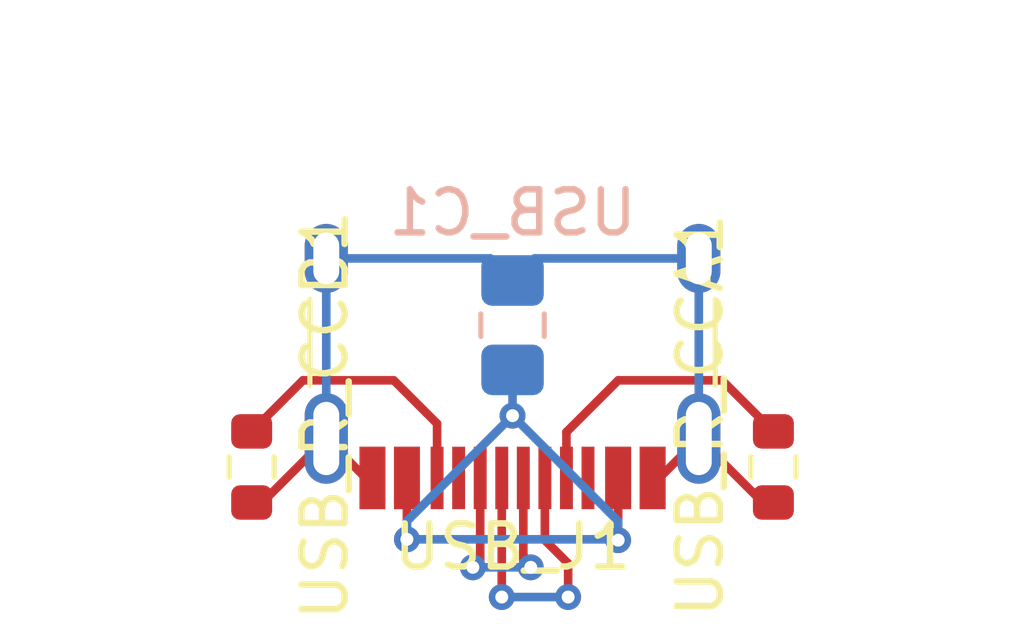
<source format=kicad_pcb>
(kicad_pcb (version 20241229) (generator "pcbnew") (generator_version "9.0")
  (layers (0 "F.Cu" signal) (2 "B.Cu" signal) (13 "F.Paste" user) (15 "B.Paste" user) (5 "F.SilkS" user "F.Silkscreen") (7 "B.SilkS" user "B.Silkscreen") (1 "F.Mask" user) (3 "B.Mask" user) (25 "Edge.Cuts" user))
  (net 0 "")
  (net 1 "VBUS")
  (net 2 "GND")
  (net 3 "DATA-")
  (net 4 "/CCA")
  (net 5 "DATA+")
  (net 6 "/CCB")
  (footprint "ErgoCai.pretty:USB_C_Receptacle_HRO_TYPE-C-31-M-12" (layer "F.Cu") (at 0 0 180)
    (property "Reference" "USB_J1" (at 0 -5.645 0) (layer "F.SilkS"))
    (property "Value" "USB_C_Receptacle_USB2.0_16P")
    (fp_line (start 4.7 -1.9) (end 4.7 0.1) (stroke (width 0.12)) (layer "F.SilkS"))
    (fp_line (start -4.7 -1.9) (end -4.7 0.1) (stroke (width 0.12)) (layer "F.SilkS"))
    (pad "" np_thru_hole circle (at -2.89 -2.6 180) (size 0.65 0.65) (drill 0.65) (layers "*.Cu" "*.Mask"))
    (pad "" np_thru_hole circle (at 2.89 -2.6 180) (size 0.65 0.65) (drill 0.65) (layers "*.Cu" "*.Mask"))
    (pad "A1" smd rect (at -3.25 -4.045 180) (size 0.6 1.45) (layers "F.Cu" "F.Mask" "F.Paste") (net 2 "GND"))
    (pad "A4" smd rect (at -2.45 -4.045 180) (size 0.6 1.45) (layers "F.Cu" "F.Mask" "F.Paste") (net 1 "VBUS"))
    (pad "A5" smd rect (at -1.25 -4.045 180) (size 0.3 1.45) (layers "F.Cu" "F.Mask" "F.Paste") (net 4 "/CCA"))
    (pad "A6" smd rect (at -0.25 -4.045 180) (size 0.3 1.45) (layers "F.Cu" "F.Mask" "F.Paste") (net 5 "DATA+"))
    (pad "A7" smd rect (at 0.25 -4.045 180) (size 0.3 1.45) (layers "F.Cu" "F.Mask" "F.Paste") (net 3 "DATA-"))
    (pad "A8" smd rect (at 1.25 -4.045 180) (size 0.3 1.45) (layers "F.Cu" "F.Mask" "F.Paste"))
    (pad "A9" smd rect (at 2.45 -4.045 180) (size 0.6 1.45) (layers "F.Cu" "F.Mask" "F.Paste") (net 1 "VBUS"))
    (pad "A12" smd rect (at 3.25 -4.045 180) (size 0.6 1.45) (layers "F.Cu" "F.Mask" "F.Paste") (net 2 "GND"))
    (pad "B1" smd rect (at 3.25 -4.045 180) (size 0.6 1.45) (layers "F.Cu" "F.Mask" "F.Paste") (net 2 "GND"))
    (pad "B4" smd rect (at 2.45 -4.045 180) (size 0.6 1.45) (layers "F.Cu" "F.Mask" "F.Paste") (net 1 "VBUS"))
    (pad "B5" smd rect (at 1.75 -4.045 180) (size 0.3 1.45) (layers "F.Cu" "F.Mask" "F.Paste") (net 6 "/CCB"))
    (pad "B6" smd rect (at 0.75 -4.045 180) (size 0.3 1.45) (layers "F.Cu" "F.Mask" "F.Paste") (net 5 "DATA+"))
    (pad "B7" smd rect (at -0.75 -4.045 180) (size 0.3 1.45) (layers "F.Cu" "F.Mask" "F.Paste") (net 3 "DATA-"))
    (pad "B8" smd rect (at -1.75 -4.045 180) (size 0.3 1.45) (layers "F.Cu" "F.Mask" "F.Paste"))
    (pad "B9" smd rect (at -2.45 -4.045 180) (size 0.6 1.45) (layers "F.Cu" "F.Mask" "F.Paste") (net 1 "VBUS"))
    (pad "B12" smd rect (at -3.25 -4.045 180) (size 0.6 1.45) (layers "F.Cu" "F.Mask" "F.Paste") (net 2 "GND"))
    (pad "S1" thru_hole oval (at -4.32 -3.13 180) (size 1 2.1) (drill oval 0.6 1.7) (layers "*.Cu" "*.Mask") (net 2 "GND"))
    (pad "S1" thru_hole oval (at -4.32 1.05 180) (size 1 1.6) (drill oval 0.6 1.2) (layers "*.Cu" "*.Mask") (net 2 "GND"))
    (pad "S1" thru_hole oval (at 4.32 -3.13 180) (size 1 2.1) (drill oval 0.6 1.7) (layers "*.Cu" "*.Mask") (net 2 "GND"))
    (pad "S1" thru_hole oval (at 4.32 1.05 180) (size 1 1.6) (drill oval 0.6 1.2) (layers "*.Cu" "*.Mask") (net 2 "GND"))
  )
  (footprint "ErgoCai.pretty:R_0603_1608Metric" (layer "F.Cu") (at -6.05 3.79 -90)
    (property "Reference" "USB_R_CCB1" (at -1.2 -1.7 90) (layer "F.SilkS"))
    (property "Value" "5.1k")
    (fp_line (start -0.237258 0.5225) (end 0.237258 0.5225) (stroke (width 0.12)) (layer "F.SilkS"))
    (fp_line (start -0.237258 -0.5225) (end 0.237258 -0.5225) (stroke (width 0.12)) (layer "F.SilkS"))
    (pad "1" smd roundrect (at -0.825 0 270) (size 0.8 0.95) (layers "F.Cu" "F.Mask" "F.Paste") (net 6 "/CCB"))
    (pad "2" smd roundrect (at 0.825 0 270) (size 0.8 0.95) (layers "F.Cu" "F.Mask" "F.Paste") (net 2 "GND"))
  )
  (footprint "ErgoCai.pretty:R_0603_1608Metric" (layer "F.Cu") (at 6.05 3.79 -90)
    (property "Reference" "USB_R_CCA1" (at -1.2 1.7 90) (layer "F.SilkS"))
    (property "Value" "5.1k")
    (fp_line (start -0.237258 0.5225) (end 0.237258 0.5225) (stroke (width 0.12)) (layer "F.SilkS"))
    (fp_line (start -0.237258 -0.5225) (end 0.237258 -0.5225) (stroke (width 0.12)) (layer "F.SilkS"))
    (pad "1" smd roundrect (at -0.825 0 270) (size 0.8 0.95) (layers "F.Cu" "F.Mask" "F.Paste") (net 4 "/CCA"))
    (pad "2" smd roundrect (at 0.825 0 270) (size 0.8 0.95) (layers "F.Cu" "F.Mask" "F.Paste") (net 2 "GND"))
  )
  (footprint "ErgoCai.pretty:C_0805_2012Metric_Pad1.18x1.45mm_HandSolder" (layer "B.Cu") (at 0 0.5 -90)
    (property "Reference" "USB_C1" (at -2.61 0 0) (layer "B.SilkS") (effects (justify mirror)))
    (property "Value" "10nF")
    (fp_line (start -0.261252 0.735) (end 0.261252 0.735) (stroke (width 0.12)) (layer "B.SilkS"))
    (fp_line (start -0.261252 -0.735) (end 0.261252 -0.735) (stroke (width 0.12)) (layer "B.SilkS"))
    (pad "1" smd roundrect (at -1.0375 0 270) (size 1.175 1.45) (layers "B.Cu" "B.Mask" "B.Paste") (roundrect_rratio 0.212766) (net 2 "GND"))
    (pad "2" smd roundrect (at 1.0375 0 270) (size 1.175 1.45) (layers "B.Cu" "B.Mask" "B.Paste") (roundrect_rratio 0.212766) (net 1 "VBUS"))
  )
  (segment (start -2.45 4.045) (end -2.45 5.47) (width 0.2) (layer "F.Cu") (net 1))
  (segment (start 2.45 4.045) (end 2.45 5.49) (width 0.2) (layer "F.Cu") (net 1))
  (via (at -2.45 5.47) (size 0.6) (drill 0.3) (layers "F.Cu" "B.Cu") (net 1))
  (via (at 2.45 5.49) (size 0.6) (drill 0.3) (layers "F.Cu" "B.Cu") (net 1))
  (via (at 0 2.6) (size 0.6) (drill 0.3) (layers "F.Cu" "B.Cu") (net 1))
  (segment (start 2.43 5.47) (end 2.45 5.49) (width 0.2) (layer "B.Cu") (net 1))
  (segment (start 0 2.6) (end -2.45 5.05) (width 0.2) (layer "B.Cu") (net 1))
  (segment (start -2.45 5.47) (end 2.43 5.47) (width 0.2) (layer "B.Cu") (net 1))
  (segment (start 2.45 5.05) (end 2.45 5.49) (width 0.2) (layer "B.Cu") (net 1))
  (segment (start 0 2.6) (end 0 1.5375) (width 0.2) (layer "B.Cu") (net 1))
  (segment (start 0 2.6) (end 2.45 5.05) (width 0.2) (layer "B.Cu") (net 1))
  (segment (start -2.45 5.05) (end -2.45 5.47) (width 0.2) (layer "B.Cu") (net 1))
  (segment (start 0 2.59) (end -0.01 2.6) (width 0.2) (layer "B.Cu") (net 1))
  (segment (start -6.05 4.615) (end -5.805 4.615) (width 0.2) (layer "F.Cu") (net 2))
  (segment (start -3.25 4.045) (end -3.405 4.045) (width 0.2) (layer "F.Cu") (net 2))
  (segment (start -3.405 4.045) (end -4.32 3.13) (width 0.2) (layer "F.Cu") (net 2))
  (segment (start -4.475 2.975) (end -4.32 3.13) (width 0.2) (layer "F.Cu") (net 2))
  (segment (start 6.05 4.615) (end 5.805 4.615) (width 0.2) (layer "F.Cu") (net 2))
  (segment (start 3.25 4.045) (end 3.405 4.045) (width 0.2) (layer "F.Cu") (net 2))
  (segment (start 4.475 2.975) (end 4.32 3.13) (width 0.2) (layer "F.Cu") (net 2))
  (segment (start -5.805 4.615) (end -4.32 3.13) (width 0.2) (layer "F.Cu") (net 2))
  (segment (start 3.405 4.045) (end 4.32 3.13) (width 0.2) (layer "F.Cu") (net 2))
  (segment (start 5.805 4.615) (end 4.32 3.13) (width 0.2) (layer "F.Cu") (net 2))
  (segment (start 4.3075 -1.0375) (end 4.32 -1.05) (width 0.2) (layer "B.Cu") (net 2))
  (segment (start -4.32 -1.05) (end -0.5125 -1.05) (width 0.2) (layer "B.Cu") (net 2))
  (segment (start 4.32 -1.05) (end 4.32 3.13) (width 0.2) (layer "B.Cu") (net 2))
  (segment (start -0.5125 -1.05) (end 0 -0.5375) (width 0.2) (layer "B.Cu") (net 2))
  (segment (start 0.5125 -1.05) (end 0 -0.5375) (width 0.2) (layer "B.Cu") (net 2))
  (segment (start 4.32 -1.05) (end 0.5125 -1.05) (width 0.2) (layer "B.Cu") (net 2))
  (segment (start -4.32 -1.05) (end -4.32 3.13) (width 0.2) (layer "B.Cu") (net 2))
  (segment (start -4.3075 -1.0375) (end -4.32 -1.05) (width 0.2) (layer "B.Cu") (net 2))
  (segment (start 1.29 6.05) (end 1.29 6.81) (width 0.2) (layer "F.Cu") (net 3))
  (segment (start 1.3 6.04) (end 1.29 6.05) (width 0.2) (layer "F.Cu") (net 3))
  (segment (start 0.75 5.49) (end 1.3 6.04) (width 0.2) (layer "F.Cu") (net 3))
  (segment (start 0.75 4.045) (end 0.75 5.49) (width 0.2) (layer "F.Cu") (net 3))
  (segment (start -0.25 4.045) (end -0.25 6.81) (width 0.2) (layer "F.Cu") (net 3))
  (via (at 1.29 6.81) (size 0.6) (drill 0.3) (layers "F.Cu" "B.Cu") (net 3))
  (via (at -0.25 6.81) (size 0.6) (drill 0.3) (layers "F.Cu" "B.Cu") (net 3))
  (segment (start -0.25 6.81) (end 1.29 6.81) (width 0.2) (layer "B.Cu") (net 3))
  (segment (start 1.25 2.98) (end 1.25 4.045) (width 0.2) (layer "F.Cu") (net 4))
  (segment (start 4.86 1.779) (end 2.451 1.779) (width 0.2) (layer "F.Cu") (net 4))
  (segment (start 2.451 1.779) (end 1.25 2.98) (width 0.2) (layer "F.Cu") (net 4))
  (segment (start 6.05 2.965) (end 6.046 2.965) (width 0.2) (layer "F.Cu") (net 4))
  (segment (start 6.046 2.965) (end 4.86 1.779) (width 0.2) (layer "F.Cu") (net 4))
  (segment (start 0.25 5.852959) (end 0.25 5.947946) (width 0.2) (layer "F.Cu") (net 5))
  (segment (start 0.25 5.852959) (end 0.422054 6.025013) (width 0.2) (layer "F.Cu") (net 5))
  (segment (start -0.75 5.91) (end -0.92 6.08) (width 0.2) (layer "F.Cu") (net 5))
  (segment (start -0.75 5.95) (end -0.92 6.12) (width 0.2) (layer "F.Cu") (net 5))
  (segment (start -0.75 4.045) (end -0.75 5.75) (width 0.2) (layer "F.Cu") (net 5))
  (segment (start 0.25 5.947946) (end 0.422054 6.12) (width 0.2) (layer "F.Cu") (net 5))
  (segment (start -0.75 5.75) (end -0.75 5.95) (width 0.2) (layer "F.Cu") (net 5))
  (segment (start -0.75 5.75) (end -0.75 5.91) (width 0.2) (layer "F.Cu") (net 5))
  (segment (start 0.25 4.045) (end 0.25 5.852959) (width 0.2) (layer "F.Cu") (net 5))
  (via (at -0.92 6.12) (size 0.6) (drill 0.3) (layers "F.Cu" "B.Cu") (net 5))
  (via (at 0.422054 6.12) (size 0.6) (drill 0.3) (layers "F.Cu" "B.Cu") (net 5))
  (segment (start -0.92 6.12) (end 0.422054 6.12) (width 0.2) (layer "B.Cu") (net 5))
  (segment (start -6.05 2.965) (end -6.046 2.965) (width 0.2) (layer "F.Cu") (net 6))
  (segment (start -2.754992 1.779) (end -1.75 2.783992) (width 0.2) (layer "F.Cu") (net 6))
  (segment (start -4.86 1.779) (end -2.754992 1.779) (width 0.2) (layer "F.Cu") (net 6))
  (segment (start -6.046 2.965) (end -4.86 1.779) (width 0.2) (layer "F.Cu") (net 6))
  (segment (start -1.75 2.783992) (end -1.75 4.045) (width 0.2) (layer "F.Cu") (net 6))
)
</source>
